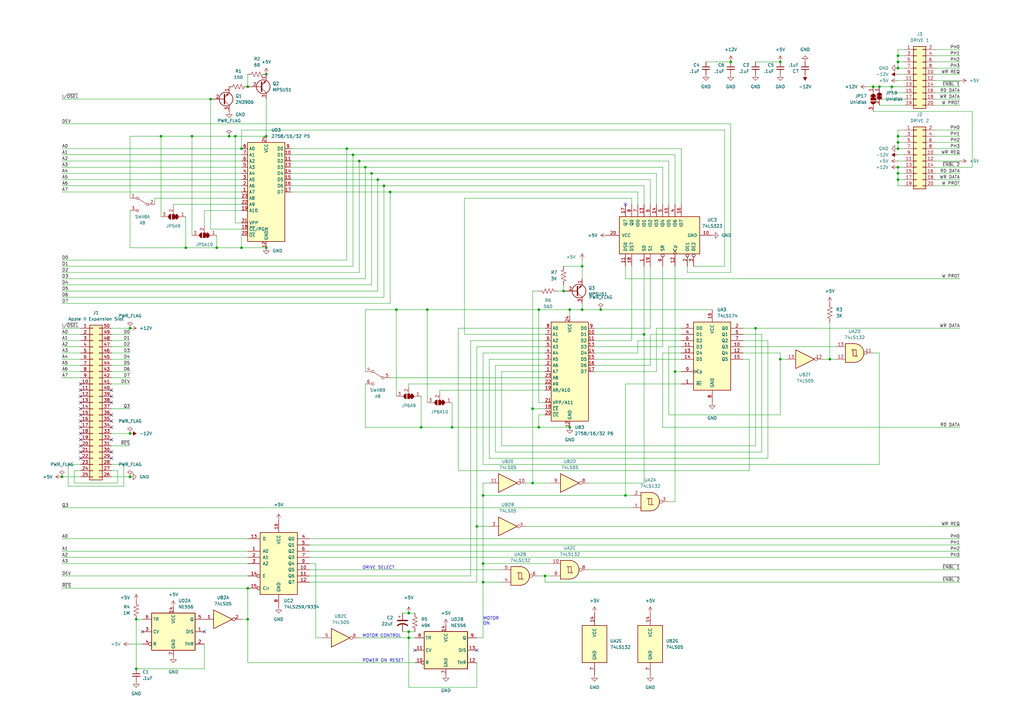
<source format=kicad_sch>
(kicad_sch (version 20211123) (generator eeschema)
  (paper "A3")
  (title_block (rev "1"))
  (junction (at 198.12 203.2))
  (junction (at 218.44 198.12))
  (junction (at 368.3 58.42))
  (junction (at 154.94 73.66))
  (junction (at 368.3 55.88))
  (junction (at 96.52 55.88))
  (junction (at 220.98 127))
  (junction (at 218.44 167.64))
  (junction (at 167.64 261.62))
  (junction (at 66.04 55.88))
  (junction (at 264.16 137.16))
  (junction (at 149.86 68.58))
  (junction (at 309.88 134.62))
  (junction (at 368.3 25.4))
  (junction (at 53.34 195.58))
  (junction (at 246.38 127))
  (junction (at 99.06 60.96))
  (junction (at 368.3 68.58))
  (junction (at 233.68 175.26))
  (junction (at 185.42 175.26))
  (junction (at 109.22 30.48))
  (junction (at 157.48 76.2))
  (junction (at 198.12 238.76))
  (junction (at 99.06 101.6))
  (junction (at 238.76 109.22))
  (junction (at 368.3 73.66))
  (junction (at 86.36 40.64))
  (junction (at 360.68 35.56))
  (junction (at 340.36 147.32))
  (junction (at 198.12 231.14))
  (junction (at 53.34 177.8))
  (junction (at 101.6 254))
  (junction (at 160.02 78.74))
  (junction (at 25.4 195.58))
  (junction (at 238.76 127))
  (junction (at 175.26 127))
  (junction (at 368.3 60.96))
  (junction (at 167.64 251.46))
  (junction (at 152.4 71.12))
  (junction (at 162.56 127))
  (junction (at 88.9 101.6))
  (junction (at 256.54 203.2))
  (junction (at 223.52 236.22))
  (junction (at 101.6 241.3))
  (junction (at 109.22 55.88))
  (junction (at 55.88 274.32))
  (junction (at 76.2 101.6))
  (junction (at 101.6 35.56))
  (junction (at 55.88 254))
  (junction (at 368.3 22.86))
  (junction (at 231.14 119.38))
  (junction (at 368.3 27.94))
  (junction (at 142.24 60.96))
  (junction (at 365.76 35.56))
  (junction (at 147.32 66.04))
  (junction (at 109.22 101.6))
  (junction (at 78.74 55.88))
  (junction (at 144.78 63.5))
  (junction (at 172.72 175.26))
  (junction (at 167.64 259.08))
  (junction (at 220.98 175.26))
  (junction (at 195.58 215.9))
  (junction (at 93.98 55.88))
  (junction (at 368.3 71.12))
  (junction (at 276.86 152.4))
  (junction (at 320.04 25.4))
  (junction (at 233.68 127))
  (junction (at 320.04 147.32))
  (junction (at 299.72 25.4))
  (junction (at 358.14 35.56))
  (junction (at 53.34 134.62))
  (no_connect (at 45.72 170.18))
  (no_connect (at 33.02 170.18))
  (no_connect (at 33.02 182.88))
  (no_connect (at 45.72 172.72))
  (no_connect (at 33.02 175.26))
  (no_connect (at 33.02 177.8))
  (no_connect (at 33.02 167.64))
  (no_connect (at 33.02 172.72))
  (no_connect (at 45.72 162.56))
  (no_connect (at 256.54 83.82))
  (no_connect (at 45.72 160.02))
  (no_connect (at 33.02 162.56))
  (no_connect (at 33.02 185.42))
  (no_connect (at 33.02 180.34))
  (no_connect (at 45.72 185.42))
  (no_connect (at 58.42 259.08))
  (no_connect (at 195.58 266.7))
  (no_connect (at 170.18 266.7))
  (no_connect (at 83.82 259.08))
  (no_connect (at 45.72 180.34))
  (no_connect (at 45.72 187.96))
  (no_connect (at 33.02 165.1))
  (no_connect (at 33.02 187.96))
  (no_connect (at 45.72 165.1))
  (no_connect (at 33.02 160.02))
  (no_connect (at 45.72 175.26))
  (no_connect (at 33.02 157.48))
  (wire (pts (xy 256.54 203.2) (xy 198.12 203.2)))
  (wire (pts (xy 167.64 261.62) (xy 170.18 261.62)))
  (wire (pts (xy 101.6 30.48) (xy 101.6 35.56)))
  (wire (pts (xy 162.56 127) (xy 175.26 127)))
  (wire (pts (xy 167.64 259.08) (xy 167.64 261.62)))
  (wire (pts (xy 88.9 96.52) (xy 88.9 101.6)))
  (wire (pts (xy 383.54 35.56) (xy 393.7 35.56)))
  (wire (pts (xy 271.78 109.22) (xy 271.78 142.24)))
  (wire (pts (xy 266.7 109.22) (xy 266.7 134.62)))
  (wire (pts (xy 167.64 281.94) (xy 167.64 261.62)))
  (wire (pts (xy 259.08 81.28) (xy 259.08 83.82)))
  (wire (pts (xy 53.34 139.7) (xy 45.72 139.7)))
  (wire (pts (xy 215.9 215.9) (xy 393.7 215.9)))
  (wire (pts (xy 383.54 63.5) (xy 393.7 63.5)))
  (wire (pts (xy 149.86 152.4) (xy 149.86 127)))
  (wire (pts (xy 127 223.52) (xy 393.7 223.52)))
  (wire (pts (xy 218.44 119.38) (xy 218.44 167.64)))
  (wire (pts (xy 25.4 114.3) (xy 149.86 114.3)))
  (wire (pts (xy 27.94 199.39) (xy 27.94 190.5)))
  (wire (pts (xy 274.32 170.18) (xy 274.32 142.24)))
  (wire (pts (xy 50.8 199.39) (xy 27.94 199.39)))
  (wire (pts (xy 55.88 274.32) (xy 55.88 254)))
  (wire (pts (xy 53.34 55.88) (xy 66.04 55.88)))
  (wire (pts (xy 358.14 35.56) (xy 360.68 35.56)))
  (wire (pts (xy 269.24 134.62) (xy 279.4 134.62)))
  (wire (pts (xy 25.4 144.78) (xy 33.02 144.78)))
  (wire (pts (xy 365.76 38.1) (xy 370.84 38.1)))
  (wire (pts (xy 256.54 114.3) (xy 256.54 109.22)))
  (wire (pts (xy 383.54 22.86) (xy 393.7 22.86)))
  (wire (pts (xy 243.84 152.4) (xy 269.24 152.4)))
  (wire (pts (xy 218.44 167.64) (xy 223.52 167.64)))
  (wire (pts (xy 25.4 124.46) (xy 160.02 124.46)))
  (wire (pts (xy 83.82 264.16) (xy 83.82 274.32)))
  (wire (pts (xy 368.3 55.88) (xy 370.84 55.88)))
  (wire (pts (xy 157.48 76.2) (xy 157.48 121.92)))
  (wire (pts (xy 53.34 147.32) (xy 45.72 147.32)))
  (wire (pts (xy 25.4 109.22) (xy 144.78 109.22)))
  (wire (pts (xy 304.8 142.24) (xy 342.9 142.24)))
  (wire (pts (xy 45.72 190.5) (xy 50.8 190.5)))
  (wire (pts (xy 99.06 53.34) (xy 297.18 53.34)))
  (wire (pts (xy 53.34 167.64) (xy 45.72 167.64)))
  (wire (pts (xy 86.36 40.64) (xy 86.36 93.98)))
  (wire (pts (xy 223.52 144.78) (xy 198.12 144.78)))
  (wire (pts (xy 368.3 58.42) (xy 370.84 58.42)))
  (wire (pts (xy 231.14 119.38) (xy 228.6 119.38)))
  (wire (pts (xy 320.04 147.32) (xy 320.04 170.18)))
  (wire (pts (xy 246.38 127) (xy 292.1 127)))
  (wire (pts (xy 368.3 53.34) (xy 370.84 53.34)))
  (wire (pts (xy 25.4 121.92) (xy 157.48 121.92)))
  (wire (pts (xy 304.8 134.62) (xy 309.88 134.62)))
  (wire (pts (xy 220.98 175.26) (xy 233.68 175.26)))
  (wire (pts (xy 198.12 231.14) (xy 198.12 238.76)))
  (wire (pts (xy 50.8 190.5) (xy 50.8 199.39)))
  (wire (pts (xy 368.3 20.32) (xy 370.84 20.32)))
  (wire (pts (xy 368.3 68.58) (xy 368.3 71.12)))
  (wire (pts (xy 241.3 198.12) (xy 264.16 198.12)))
  (wire (pts (xy 144.78 63.5) (xy 276.86 63.5)))
  (wire (pts (xy 30.48 193.04) (xy 33.02 193.04)))
  (wire (pts (xy 198.12 198.12) (xy 200.66 198.12)))
  (wire (pts (xy 144.78 63.5) (xy 144.78 109.22)))
  (wire (pts (xy 25.4 116.84) (xy 152.4 116.84)))
  (wire (pts (xy 383.54 58.42) (xy 393.7 58.42)))
  (wire (pts (xy 152.4 71.12) (xy 152.4 116.84)))
  (wire (pts (xy 193.04 236.22) (xy 127 236.22)))
  (wire (pts (xy 383.54 20.32) (xy 393.7 20.32)))
  (wire (pts (xy 119.38 76.2) (xy 157.48 76.2)))
  (wire (pts (xy 119.38 73.66) (xy 154.94 73.66)))
  (wire (pts (xy 25.4 60.96) (xy 99.06 60.96)))
  (wire (pts (xy 360.68 190.5) (xy 360.68 144.78)))
  (wire (pts (xy 149.86 127) (xy 162.56 127)))
  (wire (pts (xy 190.5 137.16) (xy 223.52 137.16)))
  (wire (pts (xy 368.3 73.66) (xy 370.84 73.66)))
  (wire (pts (xy 170.18 271.78) (xy 101.6 271.78)))
  (wire (pts (xy 304.8 139.7) (xy 314.96 139.7)))
  (wire (pts (xy 299.72 111.76) (xy 299.72 50.8)))
  (wire (pts (xy 48.26 193.04) (xy 48.26 198.12)))
  (wire (pts (xy 195.58 215.9) (xy 195.58 238.76)))
  (wire (pts (xy 147.32 66.04) (xy 274.32 66.04)))
  (wire (pts (xy 383.54 76.2) (xy 393.7 76.2)))
  (wire (pts (xy 119.38 71.12) (xy 152.4 71.12)))
  (wire (pts (xy 83.82 92.71) (xy 83.82 86.36)))
  (wire (pts (xy 198.12 190.5) (xy 360.68 190.5)))
  (wire (pts (xy 53.34 101.6) (xy 76.2 101.6)))
  (wire (pts (xy 149.86 157.48) (xy 149.86 175.26)))
  (wire (pts (xy 220.98 175.26) (xy 220.98 170.18)))
  (wire (pts (xy 149.86 175.26) (xy 172.72 175.26)))
  (wire (pts (xy 276.86 109.22) (xy 276.86 152.4)))
  (wire (pts (xy 368.3 33.02) (xy 370.84 33.02)))
  (wire (pts (xy 154.94 73.66) (xy 266.7 73.66)))
  (wire (pts (xy 198.12 203.2) (xy 198.12 198.12)))
  (wire (pts (xy 271.78 68.58) (xy 271.78 83.82)))
  (wire (pts (xy 243.84 144.78) (xy 261.62 144.78)))
  (wire (pts (xy 25.4 152.4) (xy 33.02 152.4)))
  (wire (pts (xy 223.52 134.62) (xy 187.96 134.62)))
  (wire (pts (xy 25.4 139.7) (xy 33.02 139.7)))
  (wire (pts (xy 160.02 154.94) (xy 223.52 154.94)))
  (wire (pts (xy 361.95 40.64) (xy 370.84 40.64)))
  (wire (pts (xy 368.3 22.86) (xy 368.3 25.4)))
  (wire (pts (xy 256.54 203.2) (xy 259.08 203.2)))
  (wire (pts (xy 25.4 231.14) (xy 101.6 231.14)))
  (wire (pts (xy 269.24 71.12) (xy 269.24 83.82)))
  (wire (pts (xy 127 238.76) (xy 195.58 238.76)))
  (wire (pts (xy 223.52 142.24) (xy 195.58 142.24)))
  (wire (pts (xy 266.7 149.86) (xy 266.7 137.16)))
  (wire (pts (xy 383.54 60.96) (xy 393.7 60.96)))
  (wire (pts (xy 276.86 63.5) (xy 276.86 83.82)))
  (wire (pts (xy 368.3 20.32) (xy 368.3 22.86)))
  (wire (pts (xy 53.34 177.8) (xy 45.72 177.8)))
  (wire (pts (xy 231.14 116.84) (xy 231.14 119.38)))
  (wire (pts (xy 393.7 66.04) (xy 383.54 66.04)))
  (wire (pts (xy 185.42 175.26) (xy 185.42 165.1)))
  (wire (pts (xy 383.54 53.34) (xy 393.7 53.34)))
  (wire (pts (xy 398.78 45.72) (xy 358.14 45.72)))
  (wire (pts (xy 25.4 63.5) (xy 99.06 63.5)))
  (wire (pts (xy 383.54 40.64) (xy 393.7 40.64)))
  (wire (pts (xy 119.38 63.5) (xy 144.78 63.5)))
  (wire (pts (xy 218.44 119.38) (xy 220.98 119.38)))
  (wire (pts (xy 30.48 198.12) (xy 30.48 193.04)))
  (wire (pts (xy 243.84 137.16) (xy 264.16 137.16)))
  (wire (pts (xy 383.54 71.12) (xy 393.7 71.12)))
  (wire (pts (xy 261.62 139.7) (xy 279.4 139.7)))
  (wire (pts (xy 76.2 101.6) (xy 88.9 101.6)))
  (wire (pts (xy 96.52 55.88) (xy 109.22 55.88)))
  (wire (pts (xy 238.76 109.22) (xy 238.76 114.3)))
  (wire (pts (xy 340.36 147.32) (xy 342.9 147.32)))
  (wire (pts (xy 368.3 55.88) (xy 368.3 58.42)))
  (wire (pts (xy 223.52 147.32) (xy 200.66 147.32)))
  (wire (pts (xy 83.82 86.36) (xy 99.06 86.36)))
  (wire (pts (xy 99.06 96.52) (xy 99.06 101.6)))
  (wire (pts (xy 243.84 147.32) (xy 279.4 147.32)))
  (wire (pts (xy 149.86 68.58) (xy 271.78 68.58)))
  (wire (pts (xy 96.52 91.44) (xy 96.52 55.88)))
  (wire (pts (xy 25.4 236.22) (xy 101.6 236.22)))
  (wire (pts (xy 119.38 68.58) (xy 149.86 68.58)))
  (wire (pts (xy 180.34 160.02) (xy 180.34 161.29)))
  (wire (pts (xy 264.16 198.12) (xy 264.16 137.16)))
  (wire (pts (xy 25.4 119.38) (xy 154.94 119.38)))
  (wire (pts (xy 368.3 60.96) (xy 370.84 60.96)))
  (wire (pts (xy 281.94 111.76) (xy 281.94 109.22)))
  (wire (pts (xy 368.3 71.12) (xy 368.3 73.66)))
  (wire (pts (xy 259.08 81.28) (xy 190.5 81.28)))
  (wire (pts (xy 25.4 220.98) (xy 101.6 220.98)))
  (wire (pts (xy 25.4 73.66) (xy 99.06 73.66)))
  (wire (pts (xy 25.4 111.76) (xy 147.32 111.76)))
  (wire (pts (xy 220.98 127) (xy 233.68 127)))
  (wire (pts (xy 312.42 185.42) (xy 203.2 185.42)))
  (wire (pts (xy 220.98 165.1) (xy 220.98 127)))
  (wire (pts (xy 383.54 27.94) (xy 393.7 27.94)))
  (wire (pts (xy 83.82 274.32) (xy 55.88 274.32)))
  (wire (pts (xy 368.3 25.4) (xy 370.84 25.4)))
  (wire (pts (xy 45.72 195.58) (xy 53.34 195.58)))
  (wire (pts (xy 266.7 73.66) (xy 266.7 83.82)))
  (wire (pts (xy 99.06 254) (xy 101.6 254)))
  (wire (pts (xy 190.5 81.28) (xy 190.5 137.16)))
  (wire (pts (xy 88.9 101.6) (xy 99.06 101.6)))
  (wire (pts (xy 205.74 152.4) (xy 205.74 182.88)))
  (wire (pts (xy 193.04 139.7) (xy 193.04 236.22)))
  (wire (pts (xy 383.54 30.48) (xy 393.7 30.48)))
  (wire (pts (xy 25.4 76.2) (xy 99.06 76.2)))
  (wire (pts (xy 165.1 251.46) (xy 167.64 251.46)))
  (wire (pts (xy 271.78 175.26) (xy 393.7 175.26)))
  (wire (pts (xy 187.96 193.04) (xy 307.34 193.04)))
  (wire (pts (xy 78.74 55.88) (xy 93.98 55.88)))
  (wire (pts (xy 256.54 157.48) (xy 279.4 157.48)))
  (wire (pts (xy 195.58 271.78) (xy 195.58 281.94)))
  (wire (pts (xy 25.4 195.58) (xy 33.02 195.58)))
  (wire (pts (xy 55.88 254) (xy 58.42 254)))
  (wire (pts (xy 195.58 142.24) (xy 195.58 215.9)))
  (wire (pts (xy 368.3 53.34) (xy 368.3 55.88)))
  (wire (pts (xy 218.44 167.64) (xy 218.44 198.12)))
  (wire (pts (xy 320.04 144.78) (xy 320.04 147.32)))
  (wire (pts (xy 203.2 149.86) (xy 223.52 149.86)))
  (wire (pts (xy 127 233.68) (xy 205.74 233.68)))
  (wire (pts (xy 99.06 53.34) (xy 99.06 60.96)))
  (wire (pts (xy 200.66 187.96) (xy 314.96 187.96)))
  (wire (pts (xy 149.86 68.58) (xy 149.86 114.3)))
  (wire (pts (xy 223.52 139.7) (xy 193.04 139.7)))
  (wire (pts (xy 281.94 111.76) (xy 299.72 111.76)))
  (wire (pts (xy 320.04 170.18) (xy 274.32 170.18)))
  (wire (pts (xy 297.18 109.22) (xy 284.48 109.22)))
  (wire (pts (xy 238.76 106.68) (xy 238.76 109.22)))
  (wire (pts (xy 264.16 109.22) (xy 264.16 137.16)))
  (wire (pts (xy 368.3 27.94) (xy 370.84 27.94)))
  (wire (pts (xy 167.64 259.08) (xy 170.18 259.08)))
  (wire (pts (xy 238.76 124.46) (xy 238.76 127)))
  (wire (pts (xy 172.72 162.56) (xy 172.72 175.26)))
  (wire (pts (xy 152.4 71.12) (xy 269.24 71.12)))
  (wire (pts (xy 129.54 261.62) (xy 132.08 261.62)))
  (wire (pts (xy 365.76 35.56) (xy 365.76 38.1)))
  (wire (pts (xy 383.54 25.4) (xy 393.7 25.4)))
  (wire (pts (xy 25.4 226.06) (xy 101.6 226.06)))
  (wire (pts (xy 119.38 78.74) (xy 160.02 78.74)))
  (wire (pts (xy 142.24 60.96) (xy 279.4 60.96)))
  (wire (pts (xy 264.16 76.2) (xy 264.16 83.82)))
  (wire (pts (xy 309.88 134.62) (xy 393.7 134.62)))
  (wire (pts (xy 167.64 157.48) (xy 223.52 157.48)))
  (wire (pts (xy 276.86 205.74) (xy 274.32 205.74)))
  (wire (pts (xy 165.1 259.08) (xy 167.64 259.08)))
  (wire (pts (xy 368.3 68.58) (xy 370.84 68.58)))
  (wire (pts (xy 127 220.98) (xy 393.7 220.98)))
  (wire (pts (xy 383.54 38.1) (xy 393.7 38.1)))
  (wire (pts (xy 312.42 137.16) (xy 312.42 185.42)))
  (wire (pts (xy 25.4 71.12) (xy 99.06 71.12)))
  (wire (pts (xy 45.72 149.86) (xy 53.34 149.86)))
  (wire (pts (xy 76.2 88.9) (xy 76.2 101.6)))
  (wire (pts (xy 304.8 137.16) (xy 312.42 137.16)))
  (wire (pts (xy 297.18 109.22) (xy 297.18 53.34)))
  (wire (pts (xy 154.94 73.66) (xy 154.94 119.38)))
  (wire (pts (xy 25.4 147.32) (xy 33.02 147.32)))
  (wire (pts (xy 271.78 144.78) (xy 279.4 144.78)))
  (wire (pts (xy 157.48 76.2) (xy 264.16 76.2)))
  (wire (pts (xy 256.54 157.48) (xy 256.54 203.2)))
  (wire (pts (xy 269.24 152.4) (xy 269.24 134.62)))
  (wire (pts (xy 53.34 264.16) (xy 58.42 264.16)))
  (wire (pts (xy 160.02 78.74) (xy 261.62 78.74)))
  (wire (pts (xy 63.5 81.28) (xy 63.5 83.82)))
  (wire (pts (xy 93.98 55.88) (xy 96.52 55.88)))
  (wire (pts (xy 243.84 134.62) (xy 266.7 134.62)))
  (wire (pts (xy 175.26 127) (xy 220.98 127)))
  (wire (pts (xy 360.68 43.18) (xy 370.84 43.18)))
  (wire (pts (xy 215.9 198.12) (xy 218.44 198.12)))
  (wire (pts (xy 53.34 86.36) (xy 53.34 101.6)))
  (wire (pts (xy 101.6 254) (xy 101.6 271.78)))
  (wire (pts (xy 340.36 147.32) (xy 340.36 132.08)))
  (wire (pts (xy 180.34 160.02) (xy 223.52 160.02)))
  (wire (pts (xy 142.24 60.96) (xy 142.24 106.68)))
  (wire (pts (xy 226.06 198.12) (xy 218.44 198.12)))
  (wire (pts (xy 198.12 231.14) (xy 198.12 203.2)))
  (wire (pts (xy 276.86 152.4) (xy 276.86 205.74)))
  (wire (pts (xy 127 231.14) (xy 129.54 231.14)))
  (wire (pts (xy 25.4 154.94) (xy 33.02 154.94)))
  (wire (pts (xy 109.22 40.64) (xy 109.22 55.88)))
  (wire (pts (xy 198.12 261.62) (xy 195.58 261.62)))
  (wire (pts (xy 162.56 162.56) (xy 162.56 127)))
  (wire (pts (xy 71.12 83.82) (xy 99.06 83.82)))
  (wire (pts (xy 223.52 165.1) (xy 220.98 165.1)))
  (wire (pts (xy 360.68 35.56) (xy 365.76 35.56)))
  (wire (pts (xy 45.72 154.94) (xy 53.34 154.94)))
  (wire (pts (xy 119.38 66.04) (xy 147.32 66.04)))
  (wire (pts (xy 25.4 208.28) (xy 259.08 208.28)))
  (wire (pts (xy 309.88 182.88) (xy 309.88 134.62)))
  (wire (pts (xy 53.34 134.62) (xy 45.72 134.62)))
  (wire (pts (xy 129.54 231.14) (xy 129.54 261.62)))
  (wire (pts (xy 365.76 35.56) (xy 370.84 35.56)))
  (wire (pts (xy 304.8 144.78) (xy 320.04 144.78)))
  (wire (pts (xy 307.34 193.04) (xy 307.34 147.32)))
  (wire (pts (xy 368.3 76.2) (xy 370.84 76.2)))
  (wire (pts (xy 220.98 170.18) (xy 223.52 170.18)))
  (wire (pts (xy 383.54 55.88) (xy 393.7 55.88)))
  (wire (pts (xy 243.84 139.7) (xy 259.08 139.7)))
  (wire (pts (xy 25.4 241.3) (xy 101.6 241.3)))
  (wire (pts (xy 203.2 185.42) (xy 203.2 149.86)))
  (wire (pts (xy 233.68 127) (xy 233.68 129.54)))
  (wire (pts (xy 241.3 233.68) (xy 393.7 233.68)))
  (wire (pts (xy 53.34 152.4) (xy 45.72 152.4)))
  (wire (pts (xy 53.34 81.28) (xy 53.34 55.88)))
  (wire (pts (xy 160.02 78.74) (xy 160.02 124.46)))
  (wire (pts (xy 25.4 142.24) (xy 33.02 142.24)))
  (wire (pts (xy 261.62 144.78) (xy 261.62 139.7)))
  (wire (pts (xy 368.3 66.04) (xy 370.84 66.04)))
  (wire (pts (xy 243.84 149.86) (xy 266.7 149.86)))
  (wire (pts (xy 383.54 43.18) (xy 393.7 43.18)))
  (wire (pts (xy 25.4 68.58) (xy 99.06 68.58)))
  (wire (pts (xy 25.4 149.86) (xy 33.02 149.86)))
  (wire (pts (xy 53.34 142.24) (xy 45.72 142.24)))
  (wire (pts (xy 198.12 144.78) (xy 198.12 190.5)))
  (wire (pts (xy 167.64 251.46) (xy 170.18 251.46)))
  (wire (pts (xy 200.66 147.32) (xy 200.66 187.96)))
  (wire (pts (xy 322.58 147.32) (xy 320.04 147.32)))
  (wire (pts (xy 147.32 66.04) (xy 147.32 111.76)))
  (wire (pts (xy 398.78 68.58) (xy 398.78 45.72)))
  (wire (pts (xy 66.04 55.88) (xy 78.74 55.88)))
  (wire (pts (xy 86.36 93.98) (xy 99.06 93.98)))
  (wire (pts (xy 27.94 190.5) (xy 33.02 190.5)))
  (wire (pts (xy 99.06 101.6) (xy 109.22 101.6)))
  (wire (pts (xy 45.72 193.04) (xy 48.26 193.04)))
  (wire (pts (xy 320.04 25.4) (xy 309.88 25.4)))
  (wire (pts (xy 198.12 231.14) (xy 226.06 231.14)))
  (wire (pts (xy 368.3 71.12) (xy 370.84 71.12)))
  (wire (pts (xy 195.58 215.9) (xy 200.66 215.9)))
  (wire (pts (xy 261.62 78.74) (xy 261.62 83.82)))
  (wire (pts (xy 368.3 25.4) (xy 368.3 27.94)))
  (wire (pts (xy 63.5 81.28) (xy 99.06 81.28)))
  (wire (pts (xy 259.08 109.22) (xy 259.08 139.7)))
  (wire (pts (xy 127 228.6) (xy 393.7 228.6)))
  (wire (pts (xy 167.64 157.48) (xy 167.64 158.75)))
  (wire (pts (xy 25.4 137.16) (xy 33.02 137.16)))
  (wire (pts (xy 53.34 137.16) (xy 45.72 137.16)))
  (wire (pts (xy 243.84 142.24) (xy 271.78 142.24)))
  (wire (pts (xy 307.34 147.32) (xy 304.8 147.32)))
  (wire (pts (xy 220.98 236.22) (xy 223.52 236.22)))
  (wire (pts (xy 45.72 144.78) (xy 53.34 144.78)))
  (wire (pts (xy 223.52 238.76) (xy 393.7 238.76)))
  (wire (pts (xy 127 226.06) (xy 393.7 226.06)))
  (wire (pts (xy 274.32 66.04) (xy 274.32 83.82)))
  (wire (pts (xy 45.72 157.48) (xy 53.34 157.48)))
  (wire (pts (xy 25.4 78.74) (xy 99.06 78.74)))
  (wire (pts (xy 25.4 228.6) (xy 101.6 228.6)))
  (wire (pts (xy 25.4 106.68) (xy 142.24 106.68)))
  (wire (pts (xy 66.04 88.9) (xy 66.04 55.88)))
  (wire (pts (xy 119.38 60.96) (xy 142.24 60.96)))
  (wire (pts (xy 368.3 73.66) (xy 368.3 76.2)))
  (wire (pts (xy 223.52 152.4) (xy 205.74 152.4)))
  (wire (pts (xy 187.96 134.62) (xy 187.96 193.04)))
  (wire (pts (xy 368.3 58.42) (xy 368.3 60.96)))
  (wire (pts (xy 172.72 175.26) (xy 185.42 175.26)))
  (wire (pts (xy 45.72 182.88) (xy 53.34 182.88)))
  (wire (pts (xy 195.58 281.94) (xy 167.64 281.94)))
  (wire (pts (xy 25.4 40.64) (xy 86.36 40.64)))
  (wire (pts (xy 233.68 127) (xy 238.76 127)))
  (wire (pts (xy 185.42 175.26) (xy 220.98 175.26)))
  (wire (pts (xy 78.74 96.52) (xy 78.74 55.88)))
  (wire (pts (xy 71.12 85.09) (xy 71.12 83.82)))
  (wire (pts (xy 101.6 254) (xy 101.6 241.3)))
  (wire (pts (xy 314.96 187.96) (xy 314.96 139.7)))
  (wire (pts (xy 299.72 25.4) (xy 289.56 25.4)))
  (wire (pts (xy 274.32 142.24) (xy 279.4 142.24)))
  (wire (pts (xy 360.68 144.78) (xy 358.14 144.78)))
  (wire (pts (xy 368.3 22.86) (xy 370.84 22.86)))
  (wire (pts (xy 223.52 236.22) (xy 223.52 238.76)))
  (wire (pts (xy 99.06 91.44) (xy 96.52 91.44)))
  (wire (pts (xy 223.52 236.22) (xy 226.06 236.22)))
  (wire (pts (xy 25.4 66.04) (xy 99.06 66.04)))
  (wire (pts (xy 238.76 127) (xy 246.38 127)))
  (wire (pts (xy 368.3 63.5) (xy 370.84 63.5)))
  (wire (pts (xy 25.4 50.8) (xy 299.72 50.8)))
  (wire (pts (xy 205.74 182.88) (xy 309.88 182.88)))
  (wire (pts (xy 279.4 60.96) (xy 279.4 83.82)))
  (wire (pts (xy 383.54 73.66) (xy 393.7 73.66)))
  (wire (pts (xy 175.26 165.1) (xy 175.26 127)))
  (wire (pts (xy 279.4 152.4) (xy 276.86 152.4)))
  (wire (pts (xy 355.6 35.56) (xy 358.14 35.56)))
  (wire (pts (xy 266.7 137.16) (xy 279.4 137.16)))
  (wire (pts (xy 337.82 147.32) (xy 340.36 147.32)))
  (wire (pts (xy 368.3 30.48) (xy 370.84 30.48)))
  (wire (pts (xy 147.32 261.62) (xy 167.64 261.62)))
  (wire (pts (xy 238.76 109.22) (xy 231.14 109.22)))
  (wire (pts (xy 271.78 175.26) (xy 271.78 144.78)))
  (wire (pts (xy 256.54 114.3) (xy 393.7 114.3)))
  (wire (pts (xy 48.26 198.12) (xy 30.48 198.12)))
  (wire (pts (xy 393.7 33.02) (xy 383.54 33.02)))
  (wire (pts (xy 198.12 238.76) (xy 198.12 261.62)))
  (wire (pts (xy 198.12 238.76) (xy 205.74 238.76)))
  (wire (pts (xy 25.4 134.62) (xy 33.02 134.62)))
  (wire (pts (xy 383.54 68.58) (xy 398.78 68.58)))
  (text "MOTOR\nON" (at 198.12 256.54 0) (effects (font (size 1.27 1.27)) (justify left bottom)))
  (text "POWER ON RESET" (at 148.59 271.78 0) (effects (font (size 1.27 1.27)) (justify left bottom)))
  (text "DRIVE SELECT" (at 148.59 233.68 0) (effects (font (size 1.27 1.27)) (justify left bottom)))
  (text "MOTOR CONTROL" (at 148.59 261.62 0) (effects (font (size 1.27 1.27)) (justify left bottom)))
  (label "A1" (at 25.4 139.7 0))
  (label "A2" (at 25.4 66.04 0))
  (label "A2" (at 25.4 142.24 0))
  (label "D3" (at 53.34 144.78 180))
  (label "~{ENBL 1}" (at 393.7 35.56 180))
  (label "Q3" (at 25.4 208.28 0))
  (label "D4" (at 25.4 116.84 0))
  (label "PH3" (at 393.7 27.94 180))
  (label "A3" (at 25.4 68.58 0))
  (label "D5" (at 53.34 149.86 180))
  (label "PH2" (at 393.7 226.06 180))
  (label "PH0" (at 393.7 20.32 180))
  (label "A7" (at 25.4 78.74 0))
  (label "D3" (at 25.4 114.3 0))
  (label "A4" (at 25.4 71.12 0))
  (label "D5" (at 25.4 119.38 0))
  (label "I{slash}~{OSEL}" (at 25.4 134.62 0))
  (label "D2" (at 25.4 111.76 0))
  (label "PH0" (at 393.7 53.34 180))
  (label "PH3" (at 393.7 228.6 180))
  (label "A6" (at 25.4 76.2 0))
  (label "A0" (at 25.4 60.96 0))
  (label "A3" (at 25.4 231.14 0))
  (label "A5" (at 25.4 73.66 0))
  (label "PH1" (at 393.7 223.52 180))
  (label "WR DATA" (at 393.7 134.62 180))
  (label "D1" (at 25.4 109.22 0))
  (label "D6" (at 25.4 121.92 0))
  (label "WR DATA" (at 393.7 73.66 180))
  (label "~{RES}" (at 53.34 182.88 180))
  (label "W PROT" (at 393.7 76.2 180))
  (label "A3" (at 25.4 144.78 0))
  (label "DEV" (at 25.4 50.8 0))
  (label "DEV" (at 25.4 236.22 0))
  (label "A2" (at 25.4 228.6 0))
  (label "W PROT" (at 393.7 114.3 180))
  (label "WR REQ" (at 393.7 215.9 180))
  (label "D0" (at 25.4 106.68 0))
  (label "D0" (at 53.34 137.16 180))
  (label "RD DATA" (at 393.7 175.26 180))
  (label "D6" (at 53.34 152.4 180))
  (label "WR REQ" (at 393.7 30.48 180))
  (label "WR DATA" (at 393.7 40.64 180))
  (label "D2" (at 53.34 142.24 180))
  (label "~{ENBL 2}" (at 393.7 68.58 180))
  (label "~{ENBL 2}" (at 393.7 238.76 180))
  (label "A0" (at 25.4 220.98 0))
  (label "A4" (at 25.4 147.32 0))
  (label "PH2" (at 393.7 25.4 180))
  (label "~{ENBL 1}" (at 393.7 233.68 180))
  (label "W PROT" (at 393.7 43.18 180))
  (label "WR REQ" (at 393.7 63.5 180))
  (label "A7" (at 25.4 154.94 0))
  (label "A6" (at 25.4 152.4 0))
  (label "A1" (at 25.4 226.06 0))
  (label "PH1" (at 393.7 22.86 180))
  (label "I{slash}~{OSEL}" (at 25.4 40.64 0))
  (label "A1" (at 25.4 63.5 0))
  (label "PH2" (at 393.7 58.42 180))
  (label "PH3" (at 393.7 60.96 180))
  (label "D4" (at 53.34 147.32 180))
  (label "A5" (at 25.4 149.86 0))
  (label "RD DATA" (at 393.7 38.1 180))
  (label "RD DATA" (at 393.7 71.12 180))
  (label "PH0" (at 393.7 220.98 180))
  (label "A0" (at 25.4 137.16 0))
  (label "DEV" (at 53.34 157.48 180))
  (label "D7" (at 53.34 154.94 180))
  (label "PH1" (at 393.7 55.88 180))
  (label "D7" (at 25.4 124.46 0))
  (label "Q3" (at 53.34 167.64 180))
  (label "D1" (at 53.34 139.7 180))
  (label "~{RES}" (at 25.4 241.3 0))
  (symbol (lib_id "Device:C_Polarized_US") (at 165.1 255.27 0) (unit 1)
    (property "Reference" "C2" (at 161.29 253.3649 0) (effects (justify right)))
    (property "Value" "22uF" (at 161.29 255.9049 0) (effects (justify right)))
    (property "Footprint" "Capacitor_THT:CP_Radial_D8.0mm_P5.00mm" (effects hide))
  )
  (symbol (lib_id "power:+5V") (at 393.7 33.02 270) (unit 1)
    (property "Reference" "#PWR0129" (effects hide))
    (property "Value" "+5V" (at 397.51 33.0199 90) (effects (justify left)))
  )
  (symbol (lib_id "74xx:74LS259") (at 114.3 231.14 0) (unit 1)
    (property "Reference" "UC2" (at 116.3194 246.38 0) (effects (justify left)))
    (property "Value" "74LS259/9334" (at 116.3194 248.92 0) (effects (justify left)))
    (property "Footprint" "Package_DIP:DIP-16_W7.62mm" (effects hide))
    (property "Datasheet" "http://www.ti.com/lit/gpn/sn74LS259" (effects hide))
  )
  (symbol (lib_id "Switch:SW_DPDT_x2") (at 58.42 83.82 0) (mirror y) (unit 1)
    (property "Reference" "SWA8" (at 58.42 88.9 0))
    (property "Value" "A8" (at 58.42 91.44 0))
    (property "Footprint" "Connector_PinHeader_2.54mm:PinHeader_2x03_P2.54mm_Vertical" (effects hide))
  )
  (symbol (lib_id "Jumper:SolderJumper_3_Bridged12") (at 180.34 165.1 180) (unit 1) (in_bom no)
    (property "Reference" "JP6A10" (at 180.34 168.91 0))
    (property "Value" "A10" (effects hide))
    (property "Footprint" "Jumper:SolderJumper-3_P1.3mm_Bridged12_RoundedPad1.0x1.5mm_NumberLabels" (effects hide))
  )
  (symbol (lib_id "74xx:74LS05") (at 266.7 264.16 0) (unit 7)
    (property "Reference" "UB2" (at 273.05 262.8899 0) (effects (justify left)))
    (property "Value" "74LS05" (at 273.05 265.4299 0) (effects (justify left)))
    (property "Footprint" "Package_DIP:DIP-14_W7.62mm" (effects hide))
    (property "Datasheet" "http://www.ti.com/lit/gpn/sn74LS05" (effects hide))
  )
  (symbol (lib_id "power:+5V") (at 25.4 195.58 90) (unit 1)
    (property "Reference" "#PWR0103" (effects hide))
    (property "Value" "+5V" (at 21.59 195.5799 90) (effects (justify left)))
  )
  (symbol (lib_id "power:GND") (at 93.98 45.72 0) (unit 1)
    (property "Reference" "#PWR0109" (effects hide))
    (property "Value" "GND" (at 96.52 46.9899 0) (effects (justify left)))
  )
  (symbol (lib_id "Device:C_Small") (at 299.72 27.94 0) (mirror y) (unit 1)
    (property "Reference" "C6" (at 297.18 26.6762 0) (effects (justify left)))
    (property "Value" ".1uF" (at 297.18 29.2162 0) (effects (justify left)))
    (property "Footprint" "Capacitor_THT:C_Rect_L7.0mm_W2.0mm_P5.00mm" (effects hide))
  )
  (symbol (lib_name "74LS174_1") (lib_id "74xx:74LS174") (at 292.1 144.78 0) (unit 1)
    (property "Reference" "UA3" (at 294.1194 127 0) (effects (justify left)))
    (property "Value" "74LS174" (at 294.1194 129.54 0) (effects (justify left)))
    (property "Footprint" "Package_DIP:DIP-16_W7.62mm" (effects hide))
    (property "Datasheet" "http://www.ti.com/lit/gpn/sn74LS174" (effects hide))
  )
  (symbol (lib_id "Device:R_US") (at 170.18 255.27 180) (unit 1)
    (property "Reference" "R5" (at 172.72 253.9999 0) (effects (justify right)))
    (property "Value" "49K" (at 172.72 256.5399 0) (effects (justify right)))
    (property "Footprint" "Resistor_THT:R_Axial_DIN0207_L6.3mm_D2.5mm_P10.16mm_Horizontal" (effects hide))
  )
  (symbol (lib_id "74xx:74LS132") (at 350.52 144.78 0) (mirror x) (unit 4)
    (property "Reference" "UA2" (at 350.52 135.89 0))
    (property "Value" "74LS132" (at 350.52 138.43 0))
    (property "Footprint" "Package_DIP:DIP-14_W7.62mm" (effects hide))
    (property "Datasheet" "http://www.ti.com/lit/gpn/sn74LS132" (effects hide))
  )
  (symbol (lib_id "Device:C_Small") (at 309.88 27.94 0) (mirror y) (unit 1)
    (property "Reference" "C3" (at 307.34 26.6762 0) (effects (justify left)))
    (property "Value" ".1uF" (at 307.34 29.2162 0) (effects (justify left)))
    (property "Footprint" "Capacitor_THT:C_Rect_L7.0mm_W2.0mm_P5.00mm" (effects hide))
  )
  (symbol (lib_name "74LS323_1") (lib_id "74xx:74LS323") (at 269.24 96.52 90) (unit 1)
    (property "Reference" "UC3" (at 292.1 90.17 90))
    (property "Value" "74LS323" (at 292.1 92.71 90))
    (property "Footprint" "Package_DIP:DIP-20_W7.62mm" (effects hide))
    (property "Datasheet" "http://www.ti.com/lit/gpn/sn74LS323" (effects hide))
  )
  (symbol (lib_id "power:-12V") (at 368.3 63.5 90) (unit 1)
    (property "Reference" "#PWR0114" (effects hide))
    (property "Value" "-12V" (at 364.49 63.4999 90) (effects (justify left)))
  )
  (symbol (lib_id "power:GND") (at 368.3 27.94 270) (unit 1)
    (property "Reference" "#PWR0130" (effects hide))
    (property "Value" "GND" (at 364.49 27.9399 90) (effects (justify right)))
  )
  (symbol (lib_id "power:+5V") (at 243.84 251.46 0) (unit 1)
    (property "Reference" "#PWR021" (effects hide))
    (property "Value" "+5V" (at 243.84 246.38 0))
  )
  (symbol (lib_id "power:GND") (at 330.2 25.4 180) (unit 1)
    (property "Reference" "#PWR012" (effects hide))
    (property "Value" "GND" (at 330.2 20.32 0))
  )
  (symbol (lib_id "power:+5V") (at 167.64 251.46 0) (unit 1)
    (property "Reference" "#PWR013" (effects hide))
    (property "Value" "+5V" (at 167.64 245.11 0))
  )
  (symbol (lib_id "power:GND") (at 233.68 175.26 0) (unit 1)
    (property "Reference" "#PWR0104" (effects hide))
    (property "Value" "GND" (at 233.68 180.34 0))
  )
  (symbol (lib_id "Jumper:SolderJumper_3_Bridged12") (at 358.14 40.64 90) (mirror x) (unit 1) (in_bom no)
    (property "Reference" "JP17" (at 355.6 39.3699 90) (effects (justify left)))
    (property "Value" "Unidisk" (at 355.6 41.9099 90) (effects (justify left)))
    (property "Footprint" "Jumper:SolderJumper-3_P1.3mm_Bridged12_RoundedPad1.0x1.5mm" (effects hide))
  )
  (symbol (lib_id "74xx:74LS132") (at 233.68 233.68 0) (mirror x) (unit 3)
    (property "Reference" "UA2" (at 233.68 224.79 0))
    (property "Value" "74LS132" (at 233.68 227.33 0))
    (property "Footprint" "Package_DIP:DIP-14_W7.62mm" (effects hide))
    (property "Datasheet" "http://www.ti.com/lit/gpn/sn74LS132" (effects hide))
  )
  (symbol (lib_id "Device:C_Small") (at 320.04 27.94 0) (mirror y) (unit 1)
    (property "Reference" "C5" (at 317.5 26.6762 0) (effects (justify left)))
    (property "Value" ".1uF" (at 317.5 29.2162 0) (effects (justify left)))
    (property "Footprint" "Capacitor_THT:C_Rect_L7.0mm_W2.0mm_P5.00mm" (effects hide))
  )
  (symbol (lib_id "Connector_Generic:Conn_02x10_Odd_Even") (at 375.92 63.5 0) (unit 1)
    (property "Reference" "J2" (at 377.19 46.99 0))
    (property "Value" "DRIVE 2" (at 377.19 49.53 0))
    (property "Footprint" "Connector_PinHeader_2.54mm:PinHeader_2x10_P2.54mm_Horizontal" (effects hide))
  )
  (symbol (lib_id "power:PWR_FLAG") (at 93.98 55.88 0) (unit 1)
    (property "Reference" "#FLG0105" (effects hide))
    (property "Value" "PWR_FLAG" (at 93.98 49.53 0))
  )
  (symbol (lib_id "ambassador:2716") (at 109.22 78.74 0) (unit 1)
    (property "Reference" "UD3" (at 111.2394 53.34 0) (effects (justify left)))
    (property "Value" "2758/16/32 P5" (at 111.2394 55.88 0) (effects (justify left)))
    (property "Footprint" "Package_DIP:DIP-24_W15.24mm" (effects hide))
    (property "Datasheet" "https://www.jameco.com/Jameco/Products/ProdDS/40002Intel.pdf" (effects hide))
  )
  (symbol (lib_id "Device:R_US") (at 55.88 250.19 0) (unit 1)
    (property "Reference" "R4" (at 53.34 248.9199 0) (effects (justify right)))
    (property "Value" "1M" (at 53.34 251.4599 0) (effects (justify right)))
    (property "Footprint" "Resistor_THT:R_Axial_DIN0207_L6.3mm_D2.5mm_P10.16mm_Horizontal" (effects hide))
  )
  (symbol (lib_id "power:GND") (at 292.1 96.52 90) (unit 1)
    (property "Reference" "#PWR0125" (effects hide))
    (property "Value" "GND" (at 295.91 96.5199 90) (effects (justify right)))
  )
  (symbol (lib_id "Jumper:SolderJumper_2_Bridged") (at 360.68 39.37 90) (mirror x) (unit 1) (in_bom no)
    (property "Reference" "JP19" (at 363.22 38.0999 90) (effects (justify right)))
    (property "Value" "Unidisk" (at 363.22 40.6399 90) (effects (justify right)))
    (property "Footprint" "Jumper:SolderJumper-2_P1.3mm_Bridged_RoundedPad1.0x1.5mm" (effects hide))
  )
  (symbol (lib_id "power:+5V") (at 53.34 264.16 90) (unit 1)
    (property "Reference" "#PWR0119" (effects hide))
    (property "Value" "+5V" (at 49.53 264.1599 90) (effects (justify left)))
  )
  (symbol (lib_id "power:+5V") (at 368.3 66.04 90) (unit 1)
    (property "Reference" "#PWR0127" (effects hide))
    (property "Value" "+5V" (at 364.49 66.0399 90) (effects (justify left)))
  )
  (symbol (lib_id "Device:R_US") (at 97.79 35.56 90) (unit 1)
    (property "Reference" "R1" (at 97.79 29.21 90))
    (property "Value" "150" (at 97.79 31.75 90))
    (property "Footprint" "Resistor_THT:R_Axial_DIN0207_L6.3mm_D2.5mm_P10.16mm_Horizontal" (effects hide))
  )
  (symbol (lib_id "power:+12V") (at 53.34 134.62 270) (unit 1)
    (property "Reference" "#PWR0102" (effects hide))
    (property "Value" "+12V" (at 57.15 134.6199 90) (effects (justify left)))
  )
  (symbol (lib_id "Connector_Generic:Conn_02x10_Odd_Even") (at 375.92 30.48 0) (unit 1)
    (property "Reference" "J3" (at 377.19 13.97 0))
    (property "Value" "DRIVE 1" (at 377.19 16.51 0))
    (property "Footprint" "Connector_PinHeader_2.54mm:PinHeader_2x10_P2.54mm_Horizontal" (effects hide))
  )
  (symbol (lib_id "power:GND") (at 309.88 30.48 0) (mirror y) (unit 1)
    (property "Reference" "#PWR08" (effects hide))
    (property "Value" "GND" (at 309.88 35.56 0))
  )
  (symbol (lib_id "power:+12V") (at 368.3 68.58 90) (unit 1)
    (property "Reference" "#PWR0113" (effects hide))
    (property "Value" "+12V" (at 364.49 68.5799 90) (effects (justify left)))
  )
  (symbol (lib_id "power:GND") (at 292.1 165.1 0) (unit 1)
    (property "Reference" "#PWR0126" (effects hide))
    (property "Value" "GND" (at 292.1 171.45 0))
  )
  (symbol (lib_id "Jumper:SolderJumper_3_Bridged12") (at 71.12 88.9 180) (unit 1) (in_bom no)
    (property "Reference" "JP5A9" (at 71.12 92.71 0))
    (property "Value" "A9" (effects hide))
    (property "Footprint" "Jumper:SolderJumper-3_P1.3mm_Bridged12_RoundedPad1.0x1.5mm_NumberLabels" (effects hide))
  )
  (symbol (lib_id "74xx:74LS132") (at 243.84 264.16 0) (unit 5)
    (property "Reference" "UA2" (at 250.19 262.8899 0) (effects (justify left)))
    (property "Value" "74LS132" (at 250.19 265.4299 0) (effects (justify left)))
    (property "Footprint" "Package_DIP:DIP-14_W7.62mm" (effects hide))
    (property "Datasheet" "http://www.ti.com/lit/gpn/sn74LS132" (effects hide))
  )
  (symbol (lib_id "power:+5V") (at 340.36 124.46 0) (unit 1)
    (property "Reference" "#PWR09" (effects hide))
    (property "Value" "+5V" (at 340.36 119.38 0))
  )
  (symbol (lib_id "power:-12V") (at 330.2 30.48 180) (unit 1)
    (property "Reference" "#PWR011" (effects hide))
    (property "Value" "-12V" (at 330.2 35.56 0))
  )
  (symbol (lib_id "74xx:74LS05") (at 139.7 261.62 0) (unit 3)
    (property "Reference" "UB2" (at 139.7 252.73 0))
    (property "Value" "74LS05" (at 139.7 255.27 0))
    (property "Footprint" "Package_DIP:DIP-14_W7.62mm" (effects hide))
    (property "Datasheet" "http://www.ti.com/lit/gpn/sn74LS05" (effects hide))
  )
  (symbol (lib_id "74xx:74LS132") (at 213.36 236.22 0) (mirror x) (unit 2)
    (property "Reference" "UA2" (at 213.36 227.33 0))
    (property "Value" "74LS132" (at 213.36 229.87 0))
    (property "Footprint" "Package_DIP:DIP-14_W7.62mm" (effects hide))
    (property "Datasheet" "http://www.ti.com/lit/gpn/sn74LS132" (effects hide))
  )
  (symbol (lib_id "power:GND") (at 266.7 276.86 0) (unit 1)
    (property "Reference" "#PWR020" (effects hide))
    (property "Value" "GND" (at 266.7 281.94 0))
  )
  (symbol (lib_id "74xx:74LS132") (at 266.7 205.74 0) (mirror x) (unit 1)
    (property "Reference" "UA2" (at 266.7 196.85 0))
    (property "Value" "74LS132" (at 266.7 199.39 0))
    (property "Footprint" "Package_DIP:DIP-14_W7.62mm" (effects hide))
    (property "Datasheet" "http://www.ti.com/lit/gpn/sn74LS132" (effects hide))
  )
  (symbol (lib_id "74xx:74LS05") (at 208.28 215.9 0) (unit 2)
    (property "Reference" "UB2" (at 208.28 207.01 0))
    (property "Value" "74LS05" (at 208.28 209.55 0))
    (property "Footprint" "Package_DIP:DIP-14_W7.62mm" (effects hide))
    (property "Datasheet" "http://www.ti.com/lit/gpn/sn74LS05" (effects hide))
  )
  (symbol (lib_id "power:+12V") (at 299.72 25.4 0) (mirror y) (unit 1)
    (property "Reference" "#PWR015" (effects hide))
    (property "Value" "+12V" (at 299.72 20.32 0))
  )
  (symbol (lib_id "Timer:NE556") (at 71.12 259.08 0) (unit 1)
    (property "Reference" "UD2" (at 73.1394 246.38 0) (effects (justify left)))
    (property "Value" "NE556" (at 73.1394 248.92 0) (effects (justify left)))
    (property "Footprint" "Package_DIP:DIP-14_W7.62mm" (effects hide))
    (property "Datasheet" "http://www.ti.com/lit/ds/symlink/ne556.pdf" (effects hide))
  )
  (symbol (lib_id "Device:Q_PNP_EBC") (at 236.22 119.38 0) (mirror x) (unit 1)
    (property "Reference" "Q3" (at 241.3 118.1099 0) (effects (justify left)))
    (property "Value" "MPSU51" (at 241.3 120.6499 0) (effects (justify left)))
    (property "Footprint" "Package_TO_SOT_THT:TO-220-3_Vertical" (effects hide))
  )
  (symbol (lib_id "power:-12V") (at 53.34 177.8 270) (unit 1)
    (property "Reference" "#PWR0106" (effects hide))
    (property "Value" "-12V" (at 57.15 177.7999 90) (effects (justify left)))
  )
  (symbol (lib_id "power:+5V") (at 109.22 30.48 0) (unit 1)
    (property "Reference" "#PWR0108" (effects hide))
    (property "Value" "+5V" (at 109.22 25.4 0))
  )
  (symbol (lib_id "power:+5V") (at 393.7 66.04 270) (unit 1)
    (property "Reference" "#PWR0112" (effects hide))
    (property "Value" "+5V" (at 397.51 66.0399 90) (effects (justify left)))
  )
  (symbol (lib_id "power:PWR_FLAG") (at 53.34 134.62 0) (unit 1)
    (property "Reference" "#FLG0102" (effects hide))
    (property "Value" "PWR_FLAG" (at 53.34 129.54 0))
  )
  (symbol (lib_id "Transistor_BJT:2N3906") (at 91.44 40.64 0) (mirror x) (unit 1)
    (property "Reference" "Q1" (at 96.52 39.3699 0) (effects (justify left)))
    (property "Value" "2N3906" (at 96.52 41.9099 0) (effects (justify left)))
    (property "Footprint" "Package_TO_SOT_THT:TO-92_Inline_Wide" (effects hide))
    (property "Datasheet" "https://www.onsemi.com/pub/Collateral/2N3906-D.PDF" (effects hide))
  )
  (symbol (lib_id "power:PWR_FLAG") (at 53.34 195.58 0) (unit 1)
    (property "Reference" "#FLG0103" (effects hide))
    (property "Value" "PWR_FLAG" (at 53.34 190.5 0))
  )
  (symbol (lib_id "Timer:NE556") (at 182.88 266.7 0) (unit 2)
    (property "Reference" "UD2" (at 184.8994 254 0) (effects (justify left)))
    (property "Value" "NE556" (at 184.8994 256.54 0) (effects (justify left)))
    (property "Footprint" "Package_DIP:DIP-14_W7.62mm" (effects hide))
    (property "Datasheet" "http://www.ti.com/lit/ds/symlink/ne556.pdf" (effects hide))
  )
  (symbol (lib_id "power:GND") (at 114.3 248.92 0) (unit 1)
    (property "Reference" "#PWR0118" (effects hide))
    (property "Value" "GND" (at 114.3 254 0))
  )
  (symbol (lib_id "power:+5V") (at 266.7 251.46 0) (unit 1)
    (property "Reference" "#PWR019" (effects hide))
    (property "Value" "+5V" (at 266.7 246.38 0))
  )
  (symbol (lib_id "power:+5V") (at 238.76 106.68 0) (mirror y) (unit 1)
    (property "Reference" "#PWR014" (effects hide))
    (property "Value" "+5V" (at 236.22 105.4099 0) (effects (justify left)))
  )
  (symbol (lib_id "power:GND") (at 299.72 30.48 0) (mirror y) (unit 1)
    (property "Reference" "#PWR016" (effects hide))
    (property "Value" "GND" (at 299.72 35.56 0))
  )
  (symbol (lib_id "power:GND") (at 55.88 279.4 0) (unit 1)
    (property "Reference" "#PWR0121" (effects hide))
    (property "Value" "GND" (at 55.88 284.48 0))
  )
  (symbol (lib_id "power:GND") (at 289.56 30.48 0) (mirror y) (unit 1)
    (property "Reference" "#PWR017" (effects hide))
    (property "Value" "GND" (at 289.56 35.56 0))
  )
  (symbol (lib_id "power:GND") (at 53.34 195.58 90) (unit 1)
    (property "Reference" "#PWR0105" (effects hide))
    (property "Value" "GND" (at 57.15 195.5799 90) (effects (justify right)))
  )
  (symbol (lib_id "ambassador:2758") (at 233.68 152.4 0) (unit 1)
    (property "Reference" "UB3" (at 235.6994 175.26 0) (effects (justify left)))
    (property "Value" "2758/16/32 P6" (at 235.6994 177.8 0) (effects (justify left)))
    (property "Footprint" "Package_DIP:DIP-24_W15.24mm" (effects hide))
    (property "Datasheet" "https://drive.google.com/file/d/15u310Z5ySS_i8MtV7tFiKqRBr9oR5sId/view?usp=sharing" (effects hide))
  )
  (symbol (lib_id "power:+12V") (at 355.6 35.56 90) (unit 1)
    (property "Reference" "#PWR0133" (effects hide))
    (property "Value" "+12V" (at 351.79 35.5599 90) (effects (justify left)))
  )
  (symbol (lib_id "74xx:74LS05") (at 330.2 147.32 0) (unit 6)
    (property "Reference" "UB2" (at 330.2 153.67 0))
    (property "Value" "74LS05" (at 330.2 156.21 0))
    (property "Footprint" "Package_DIP:DIP-14_W7.62mm" (effects hide))
    (property "Datasheet" "http://www.ti.com/lit/gpn/sn74LS05" (effects hide))
  )
  (symbol (lib_id "Device:C_Small") (at 330.2 27.94 180) (unit 1)
    (property "Reference" "C7" (at 327.66 29.2038 0) (effects (justify left)))
    (property "Value" ".1uF" (at 327.66 26.6638 0) (effects (justify left)))
    (property "Footprint" "Capacitor_THT:C_Rect_L7.0mm_W2.0mm_P5.00mm" (effects hide))
  )
  (symbol (lib_id "power:+5V") (at 182.88 256.54 0) (unit 1)
    (property "Reference" "#PWR0116" (effects hide))
    (property "Value" "+5V" (at 182.88 251.46 0))
  )
  (symbol (lib_id "power:GND") (at 368.3 60.96 270) (unit 1)
    (property "Reference" "#PWR0128" (effects hide))
    (property "Value" "GND" (at 364.49 60.9599 90) (effects (justify right)))
  )
  (symbol (lib_id "power:PWR_FLAG") (at 246.38 127 0) (unit 1)
    (property "Reference" "#FLG0106" (effects hide))
    (property "Value" "PWR_FLAG" (at 246.38 121.92 0))
  )
  (symbol (lib_id "power:+5V") (at 248.92 96.52 90) (unit 1)
    (property "Reference" "#PWR0124" (effects hide))
    (property "Value" "+5V" (at 245.11 96.5199 90) (effects (justify left)))
  )
  (symbol (lib_id "Jumper:SolderJumper_3_Bridged12") (at 83.82 96.52 180) (unit 1) (in_bom no)
    (property "Reference" "JP5A10" (at 83.82 100.33 0))
    (property "Value" "A10" (effects hide))
    (property "Footprint" "Jumper:SolderJumper-3_P1.3mm_Bridged12_RoundedPad1.0x1.5mm_NumberLabels" (effects hide))
  )
  (symbol (lib_id "Switch:SW_DPDT_x2") (at 154.94 154.94 0) (mirror y) (unit 2)
    (property "Reference" "SWA8" (at 154.94 160.02 0))
    (property "Value" "A8" (at 154.94 162.56 0))
    (property "Footprint" "Connector_PinHeader_2.54mm:PinHeader_2x03_P2.54mm_Vertical" (effects hide))
  )
  (symbol (lib_id "power:+5V") (at 71.12 248.92 0) (unit 1)
    (property "Reference" "#PWR0123" (effects hide))
    (property "Value" "+5V" (at 71.12 243.84 0))
  )
  (symbol (lib_id "Device:R_US") (at 231.14 113.03 0) (mirror y) (unit 1)
    (property "Reference" "R7" (at 228.6 111.7599 0) (effects (justify left)))
    (property "Value" "3K" (at 228.6 114.2999 0) (effects (justify left)))
    (property "Footprint" "Resistor_THT:R_Axial_DIN0207_L6.3mm_D2.5mm_P10.16mm_Horizontal" (effects hide))
  )
  (symbol (lib_id "74xx:74LS05") (at 208.28 198.12 0) (unit 5)
    (property "Reference" "UB2" (at 208.28 189.23 0))
    (property "Value" "74LS05" (at 208.28 191.77 0))
    (property "Footprint" "Package_DIP:DIP-14_W7.62mm" (effects hide))
    (property "Datasheet" "http://www.ti.com/lit/gpn/sn74LS05" (effects hide))
  )
  (symbol (lib_id "Jumper:SolderJumper_3_Bridged12") (at 167.64 162.56 180) (unit 1) (in_bom no)
    (property "Reference" "JP6A9" (at 167.64 166.37 0))
    (property "Value" "A9" (effects hide))
    (property "Footprint" "Jumper:SolderJumper-3_P1.3mm_Bridged12_RoundedPad1.0x1.5mm_NumberLabels" (effects hide))
  )
  (symbol (lib_id "power:+5V") (at 55.88 246.38 0) (unit 1)
    (property "Reference" "#PWR0120" (effects hide))
    (property "Value" "+5V" (at 53.34 245.1099 0) (effects (justify right)))
  )
  (symbol (lib_id "power:GND") (at 182.88 276.86 0) (unit 1)
    (property "Reference" "#PWR0115" (effects hide))
    (property "Value" "GND" (at 182.88 283.21 0))
  )
  (symbol (lib_id "power:GND") (at 320.04 30.48 0) (mirror y) (unit 1)
    (property "Reference" "#PWR06" (effects hide))
    (property "Value" "GND" (at 320.04 35.56 0))
  )
  (symbol (lib_id "Connector_Generic:Conn_02x25_Counter_Clockwise") (at 38.1 165.1 0) (unit 1) (in_bom no)
    (property "Reference" "J1" (at 39.37 128.27 0))
    (property "Value" "Apple II Expansion Slot" (at 39.37 130.81 0))
    (property "Footprint" "Apple2:Apple II Expansion Edge Connector" (effects hide))
  )
  (symbol (lib_id "power:GND") (at 109.22 101.6 0) (unit 1)
    (property "Reference" "#PWR01" (effects hide))
    (property "Value" "GND" (at 111.76 102.8699 0) (effects (justify left)))
  )
  (symbol (lib_id "power:GND") (at 243.84 276.86 0) (unit 1)
    (property "Reference" "#PWR022" (effects hide))
    (property "Value" "GND" (at 243.84 281.94 0))
  )
  (symbol (lib_id "Device:R_US") (at 224.79 119.38 270) (mirror x) (unit 1)
    (property "Reference" "R6" (at 224.79 123.19 90))
    (property "Value" "560" (at 224.79 125.73 90))
    (property "Footprint" "Resistor_THT:R_Axial_DIN0207_L6.3mm_D2.5mm_P10.16mm_Horizontal" (effects hide))
  )
  (symbol (lib_id "power:GND") (at 71.12 269.24 0) (unit 1)
    (property "Reference" "#PWR0122" (effects hide))
    (property "Value" "GND" (at 71.12 275.59 0))
  )
  (symbol (lib_id "power:PWR_FLAG") (at 53.34 177.8 0) (unit 1)
    (property "Reference" "#FLG0104" (effects hide))
    (property "Value" "PWR_FLAG" (at 53.34 172.72 0))
  )
  (symbol (lib_id "power:-12V") (at 368.3 30.48 90) (unit 1)
    (property "Reference" "#PWR0131" (effects hide))
    (property "Value" "-12V" (at 364.49 30.4799 90) (effects (justify left)))
  )
  (symbol (lib_id "74xx:74LS05") (at 91.44 254 0) (unit 1)
    (property "Reference" "UB2" (at 91.44 245.11 0))
    (property "Value" "74LS05" (at 91.44 247.65 0))
    (property "Footprint" "Package_DIP:DIP-14_W7.62mm" (effects hide))
    (property "Datasheet" "http://www.ti.com/lit/gpn/sn74LS05" (effects hide))
  )
  (symbol (lib_id "Device:Q_PNP_EBC") (at 106.68 35.56 0) (mirror x) (unit 1)
    (property "Reference" "Q2" (at 111.76 34.2899 0) (effects (justify left)))
    (property "Value" "MPSU51" (at 111.76 36.8299 0) (effects (justify left)))
    (property "Footprint" "Package_TO_SOT_THT:TO-220-3_Vertical" (effects hide))
  )
  (symbol (lib_id "power:+5V") (at 114.3 213.36 0) (unit 1)
    (property "Reference" "#PWR0117" (effects hide))
    (property "Value" "+5V" (at 114.3 207.01 0))
  )
  (symbol (lib_id "Device:C_Small") (at 289.56 27.94 0) (mirror y) (unit 1)
    (property "Reference" "C4" (at 287.02 26.6762 0) (effects (justify left)))
    (property "Value" ".1uF" (at 287.02 29.2162 0) (effects (justify left)))
    (property "Footprint" "Capacitor_THT:C_Rect_L7.0mm_W2.0mm_P5.00mm" (effects hide))
  )
  (symbol (lib_id "Device:R_US") (at 105.41 30.48 270) (unit 1)
    (property "Reference" "R2" (at 105.41 24.13 90))
    (property "Value" "68" (at 105.41 26.67 90))
    (property "Footprint" "Resistor_THT:R_Axial_DIN0207_L6.3mm_D2.5mm_P10.16mm_Horizontal" (effects hide))
  )
  (symbol (lib_id "power:+5V") (at 320.04 25.4 0) (mirror y) (unit 1)
    (property "Reference" "#PWR0110" (effects hide))
    (property "Value" "+5V" (at 320.04 20.32 0))
  )
  (symbol (lib_id "power:PWR_FLAG") (at 25.4 195.58 0) (unit 1)
    (property "Reference" "#FLG0101" (effects hide))
    (property "Value" "PWR_FLAG" (at 25.4 190.5 0))
  )
  (symbol (lib_id "74xx:74LS05") (at 233.68 198.12 0) (unit 4)
    (property "Reference" "UB2" (at 233.68 189.23 0))
    (property "Value" "74LS05" (at 233.68 191.77 0))
    (property "Footprint" "Package_DIP:DIP-14_W7.62mm" (effects hide))
    (property "Datasheet" "http://www.ti.com/lit/gpn/sn74LS05" (effects hide))
  )
  (symbol (lib_id "Device:C_Small") (at 55.88 276.86 0) (unit 1)
    (property "Reference" "C1" (at 58.42 275.5962 0) (effects (justify left)))
    (property "Value" ".1uF" (at 58.42 278.1362 0) (effects (justify left)))
    (property "Footprint" "Capacitor_THT:C_Rect_L7.0mm_W2.0mm_P5.00mm" (effects hide))
  )
  (symbol (lib_id "Device:R_US") (at 340.36 128.27 0) (unit 1)
    (property "Reference" "R3" (at 342.9 126.9999 0) (effects (justify left)))
    (property "Value" "3K" (at 342.9 129.5399 0) (effects (justify left)))
    (property "Footprint" "Resistor_THT:R_Axial_DIN0207_L6.3mm_D2.5mm_P10.16mm_Horizontal" (effects hide))
  )
  (symbol (lib_id "power:+5V") (at 368.3 33.02 90) (unit 1)
    (property "Reference" "#PWR0132" (effects hide))
    (property "Value" "+5V" (at 364.49 33.0199 90) (effects (justify left)))
  )
)
</source>
